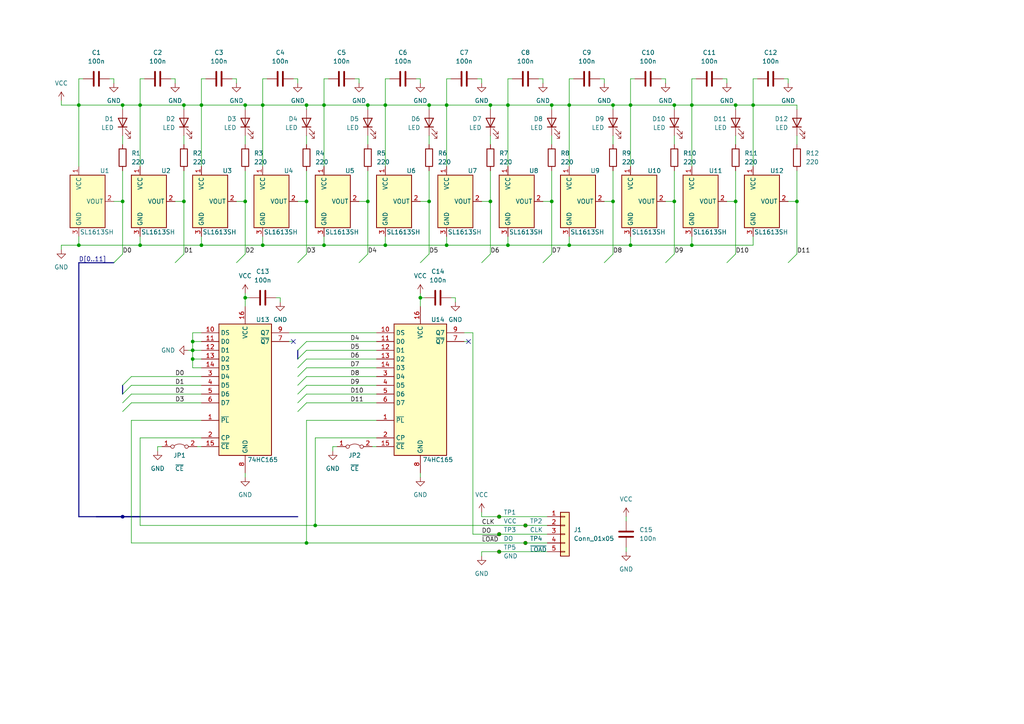
<source format=kicad_sch>
(kicad_sch (version 20210621) (generator eeschema)
  (paper "A4")
  (title_block (title "Kicker Counter") (date "2022-05-03") (rev "0.1.0") (company "Simplexion GmbH"))
  (lib_symbols
    (symbol "74xx:74HC165"
      (property "Reference" "U" (at -7.62 19.05 0))
      (property "Value" "74HC165" (at -7.62 -21.59 0))
      (symbol "74HC165_1_0"
        (pin input line (at -12.7 -10.16 0) (length 5.08) (name "~{PL}") (number "1"))
        (pin input line (at -12.7 15.24 0) (length 5.08) (name "DS") (number "10"))
        (pin input line (at -12.7 12.7 0) (length 5.08) (name "D0") (number "11"))
        (pin input line (at -12.7 10.16 0) (length 5.08) (name "D1") (number "12"))
        (pin input line (at -12.7 7.62 0) (length 5.08) (name "D2") (number "13"))
        (pin input line (at -12.7 5.08 0) (length 5.08) (name "D3") (number "14"))
        (pin input line (at -12.7 -17.78 0) (length 5.08) (name "~{CE}") (number "15"))
        (pin power_in line (at 0 22.86 270) (length 5.08) (name "VCC") (number "16"))
        (pin input line (at -12.7 -15.24 0) (length 5.08) (name "CP") (number "2"))
        (pin input line (at -12.7 2.54 0) (length 5.08) (name "D4") (number "3"))
        (pin input line (at -12.7 0 0) (length 5.08) (name "D5") (number "4"))
        (pin input line (at -12.7 -2.54 0) (length 5.08) (name "D6") (number "5"))
        (pin input line (at -12.7 -5.08 0) (length 5.08) (name "D7") (number "6"))
        (pin output line (at 12.7 12.7 180) (length 5.08) (name "~{Q7}") (number "7"))
        (pin power_in line (at 0 -25.4 90) (length 5.08) (name "GND") (number "8"))
        (pin output line (at 12.7 15.24 180) (length 5.08) (name "Q7") (number "9"))
      )
      (symbol "74HC165_1_1"
        (rectangle (start -7.62 17.78) (end 7.62 -20.32) (stroke (width 0.254)) (fill (type background)))
      )
    )
    (symbol "Connector:TestPoint_Small" (pin_numbers hide) (pin_names (offset 0.762) hide)
      (property "Reference" "TP" (at 0 3.81 0))
      (property "Value" "TestPoint_Small" (at 0 2.032 0))
      (symbol "TestPoint_Small_0_1"
        (circle (center 0 0) (radius 0.508))
      )
      (symbol "TestPoint_Small_1_1"
        (pin passive line (at 0 0 90) (length 0) (name "1") (number "1"))
      )
    )
    (symbol "Connector_Generic:Conn_01x05" (pin_names (offset 1.016) hide)
      (property "Reference" "J" (at 0 7.62 0))
      (property "Value" "Conn_01x05" (at 0 -7.62 0))
      (symbol "Conn_01x05_1_1"
        (rectangle (start -1.27 -4.953) (end 0 -5.207) (stroke (width 0.1524)))
        (rectangle (start -1.27 -2.413) (end 0 -2.667) (stroke (width 0.1524)))
        (rectangle (start -1.27 0.127) (end 0 -0.127) (stroke (width 0.1524)))
        (rectangle (start -1.27 2.667) (end 0 2.413) (stroke (width 0.1524)))
        (rectangle (start -1.27 5.207) (end 0 4.953) (stroke (width 0.1524)))
        (rectangle (start -1.27 6.35) (end 1.27 -6.35) (stroke (width 0.254)) (fill (type background)))
        (pin passive line (at -5.08 5.08 0) (length 3.81) (name "Pin_1") (number "1"))
        (pin passive line (at -5.08 2.54 0) (length 3.81) (name "Pin_2") (number "2"))
        (pin passive line (at -5.08 0 0) (length 3.81) (name "Pin_3") (number "3"))
        (pin passive line (at -5.08 -2.54 0) (length 3.81) (name "Pin_4") (number "4"))
        (pin passive line (at -5.08 -5.08 0) (length 3.81) (name "Pin_5") (number "5"))
      )
    )
    (symbol "Device:C" (pin_numbers hide) (pin_names (offset 0.254))
      (property "Reference" "C" (at 0.635 2.54 0))
      (property "Value" "C" (at 0.635 -2.54 0))
      (symbol "C_0_1"
        (polyline (pts (xy -2.032 -0.762) (xy 2.032 -0.762)) (stroke (width 0.508)))
        (polyline (pts (xy -2.032 0.762) (xy 2.032 0.762)) (stroke (width 0.508)))
      )
      (symbol "C_1_1"
        (pin passive line (at 0 3.81 270) (length 2.794) (name "~") (number "1"))
        (pin passive line (at 0 -3.81 90) (length 2.794) (name "~") (number "2"))
      )
    )
    (symbol "Device:LED" (pin_numbers hide) (pin_names (offset 1.016) hide)
      (property "Reference" "D" (at 0 2.54 0))
      (property "Value" "LED" (at 0 -2.54 0))
      (symbol "LED_0_1"
        (polyline (pts (xy -1.27 -1.27) (xy -1.27 1.27)) (stroke (width 0.254)))
        (polyline (pts (xy -1.27 0) (xy 1.27 0)))
        (polyline (pts (xy 1.27 -1.27) (xy 1.27 1.27) (xy -1.27 0) (xy 1.27 -1.27)) (stroke (width 0.254)))
        (polyline (pts (xy -3.048 -0.762) (xy -4.572 -2.286) (xy -3.81 -2.286) (xy -4.572 -2.286) (xy -4.572 -1.524)))
        (polyline (pts (xy -1.778 -0.762) (xy -3.302 -2.286) (xy -2.54 -2.286) (xy -3.302 -2.286) (xy -3.302 -1.524)))
      )
      (symbol "LED_1_1"
        (pin passive line (at -3.81 0 0) (length 2.54) (name "K") (number "1"))
        (pin passive line (at 3.81 0 180) (length 2.54) (name "A") (number "2"))
      )
    )
    (symbol "Device:R" (pin_numbers hide) (pin_names (offset 0))
      (property "Reference" "R" (at 2.032 0 90))
      (property "Value" "R" (at 0 0 90))
      (symbol "R_0_1"
        (rectangle (start -1.016 -2.54) (end 1.016 2.54) (stroke (width 0.254)))
      )
      (symbol "R_1_1"
        (pin passive line (at 0 3.81 270) (length 1.27) (name "~") (number "1"))
        (pin passive line (at 0 -3.81 90) (length 1.27) (name "~") (number "2"))
      )
    )
    (symbol "Jumper:Jumper_2_Bridged" (pin_names (offset 0) hide)
      (property "Reference" "JP" (at 0 1.905 0))
      (property "Value" "Jumper_2_Bridged" (at 0 -2.54 0))
      (symbol "Jumper_2_Bridged_0_0"
        (circle (center -2.032 0) (radius 0.508))
        (circle (center 2.032 0) (radius 0.508))
      )
      (symbol "Jumper_2_Bridged_0_1"
        (arc (start -1.524 0.254) (end 1.524 0.254) (radius (at 0 -1.778) (length 2.54) (angles 126.9 53.1)))
      )
      (symbol "Jumper_2_Bridged_1_1"
        (pin passive line (at -5.08 0 0) (length 2.54) (name "A") (number "1"))
        (pin passive line (at 5.08 0 180) (length 2.54) (name "B") (number "2"))
      )
    )
    (symbol "Sensor_Magnetic:A1101ELHL"
      (property "Reference" "U" (at 0 11.43 0))
      (property "Value" "A1101ELHL" (at 0 8.89 0))
      (symbol "A1101ELHL_0_1"
        (rectangle (start -5.08 7.62) (end 5.08 -7.62) (stroke (width 0.254)) (fill (type background)))
      )
      (symbol "A1101ELHL_1_1"
        (pin power_in line (at -2.54 10.16 270) (length 2.54) (name "VCC") (number "1"))
        (pin open_collector line (at 7.62 0 180) (length 2.54) (name "VOUT") (number "2"))
        (pin power_in line (at -2.54 -10.16 90) (length 2.54) (name "GND") (number "3"))
      )
    )
    (symbol "power:GND" (power) (pin_names (offset 0))
      (property "Value" "GND" (at 0 -3.81 0))
      (symbol "GND_0_1"
        (polyline (pts (xy 0 0) (xy 0 -1.27) (xy 1.27 -1.27) (xy 0 -2.54) (xy -1.27 -1.27) (xy 0 -1.27)))
      )
      (symbol "GND_1_1"
        (pin power_in line (at 0 0 270) (length 0) hide (name "GND") (number "1"))
      )
    )
    (symbol "power:VCC" (power) (pin_names (offset 0))
      (property "Value" "VCC" (at 0 3.81 0))
      (symbol "VCC_0_1"
        (polyline (pts (xy -0.762 1.27) (xy 0 2.54)))
        (polyline (pts (xy 0 0) (xy 0 2.54)))
        (polyline (pts (xy 0 2.54) (xy 0.762 1.27)))
      )
      (symbol "VCC_1_1"
        (pin power_in line (at 0 0 90) (length 0) hide (name "VCC") (number "1"))
      )
    )
  )
  (junction (at 22.86 30.48) (diameter 0.9144))
  (junction (at 22.86 71.12) (diameter 0.9144))
  (junction (at 35.56 30.48) (diameter 0.9144))
  (junction (at 35.56 58.42) (diameter 0.9144))
  (junction (at 40.64 30.48) (diameter 0.9144))
  (junction (at 40.64 71.12) (diameter 0.9144))
  (junction (at 53.34 30.48) (diameter 0.9144))
  (junction (at 53.34 58.42) (diameter 0.9144))
  (junction (at 55.88 99.06) (diameter 0.9144))
  (junction (at 55.88 101.6) (diameter 0.9144))
  (junction (at 55.88 104.14) (diameter 0.9144))
  (junction (at 58.42 30.48) (diameter 0.9144))
  (junction (at 58.42 71.12) (diameter 0.9144))
  (junction (at 71.12 30.48) (diameter 0.9144))
  (junction (at 71.12 58.42) (diameter 0.9144))
  (junction (at 71.12 86.36) (diameter 0.9144))
  (junction (at 76.2 30.48) (diameter 0.9144))
  (junction (at 76.2 71.12) (diameter 0.9144))
  (junction (at 88.9 30.48) (diameter 0.9144))
  (junction (at 88.9 58.42) (diameter 0.9144))
  (junction (at 88.9 157.48) (diameter 0.9144))
  (junction (at 91.44 152.4) (diameter 0.9144))
  (junction (at 93.98 30.48) (diameter 0.9144))
  (junction (at 93.98 71.12) (diameter 0.9144))
  (junction (at 106.68 30.48) (diameter 0.9144))
  (junction (at 106.68 58.42) (diameter 0.9144))
  (junction (at 111.76 30.48) (diameter 0.9144))
  (junction (at 111.76 71.12) (diameter 0.9144))
  (junction (at 121.92 86.36) (diameter 0.9144))
  (junction (at 124.46 30.48) (diameter 0.9144))
  (junction (at 124.46 58.42) (diameter 0.9144))
  (junction (at 129.54 30.48) (diameter 0.9144))
  (junction (at 129.54 71.12) (diameter 0.9144))
  (junction (at 142.24 30.48) (diameter 0.9144))
  (junction (at 142.24 58.42) (diameter 0.9144))
  (junction (at 144.78 149.86) (diameter 0.9144))
  (junction (at 144.78 154.94) (diameter 0.9144))
  (junction (at 144.78 160.02) (diameter 0.9144))
  (junction (at 147.32 30.48) (diameter 0.9144))
  (junction (at 147.32 71.12) (diameter 0.9144))
  (junction (at 152.4 152.4) (diameter 0.9144))
  (junction (at 152.4 157.48) (diameter 0.9144))
  (junction (at 160.02 30.48) (diameter 0.9144))
  (junction (at 160.02 58.42) (diameter 0.9144))
  (junction (at 165.1 30.48) (diameter 0.9144))
  (junction (at 165.1 71.12) (diameter 0.9144))
  (junction (at 177.8 30.48) (diameter 0.9144))
  (junction (at 177.8 58.42) (diameter 0.9144))
  (junction (at 182.88 30.48) (diameter 0.9144))
  (junction (at 182.88 71.12) (diameter 0.9144))
  (junction (at 195.58 30.48) (diameter 0.9144))
  (junction (at 195.58 58.42) (diameter 0.9144))
  (junction (at 200.66 30.48) (diameter 0.9144))
  (junction (at 200.66 71.12) (diameter 0.9144))
  (junction (at 213.36 30.48) (diameter 0.9144))
  (junction (at 213.36 58.42) (diameter 0.9144))
  (junction (at 218.44 30.48) (diameter 0.9144))
  (junction (at 231.14 58.42) (diameter 0.9144))
  (junction (at 35.56 149.86) (diameter 0.9144))
  (no_connect (at 85.09 99.06))
  (no_connect (at 135.89 99.06))
  (bus_entry (at 33.02 76.2) (size 2.54 -2.54))
  (bus_entry (at 38.1 109.22) (size -2.54 2.54))
  (bus_entry (at 38.1 111.76) (size -2.54 2.54))
  (bus_entry (at 38.1 114.3) (size -2.54 2.54))
  (bus_entry (at 38.1 116.84) (size -2.54 2.54))
  (bus_entry (at 50.8 76.2) (size 2.54 -2.54))
  (bus_entry (at 68.58 76.2) (size 2.54 -2.54))
  (bus_entry (at 86.36 76.2) (size 2.54 -2.54))
  (bus_entry (at 88.9 99.06) (size -2.54 2.54))
  (bus_entry (at 88.9 101.6) (size -2.54 2.54))
  (bus_entry (at 88.9 104.14) (size -2.54 2.54))
  (bus_entry (at 88.9 106.68) (size -2.54 2.54))
  (bus_entry (at 88.9 109.22) (size -2.54 2.54))
  (bus_entry (at 88.9 111.76) (size -2.54 2.54))
  (bus_entry (at 88.9 114.3) (size -2.54 2.54))
  (bus_entry (at 88.9 116.84) (size -2.54 2.54))
  (bus_entry (at 104.14 76.2) (size 2.54 -2.54))
  (bus_entry (at 121.92 76.2) (size 2.54 -2.54))
  (bus_entry (at 139.7 76.2) (size 2.54 -2.54))
  (bus_entry (at 157.48 76.2) (size 2.54 -2.54))
  (bus_entry (at 175.26 76.2) (size 2.54 -2.54))
  (bus_entry (at 193.04 76.2) (size 2.54 -2.54))
  (bus_entry (at 210.82 76.2) (size 2.54 -2.54))
  (bus_entry (at 228.6 76.2) (size 2.54 -2.54))
  (bus_entry (at 349.25 81.28) (size 2.54 2.54))
  (wire (pts (xy 17.78 29.21) (xy 17.78 30.48)))
  (wire (pts (xy 17.78 30.48) (xy 22.86 30.48)))
  (wire (pts (xy 17.78 71.12) (xy 22.86 71.12)))
  (wire (pts (xy 17.78 72.39) (xy 17.78 71.12)))
  (wire (pts (xy 22.86 22.86) (xy 22.86 30.48)))
  (wire (pts (xy 22.86 30.48) (xy 35.56 30.48)))
  (wire (pts (xy 22.86 48.26) (xy 22.86 30.48)))
  (wire (pts (xy 22.86 68.58) (xy 22.86 71.12)))
  (wire (pts (xy 22.86 71.12) (xy 40.64 71.12)))
  (wire (pts (xy 24.13 22.86) (xy 22.86 22.86)))
  (wire (pts (xy 31.75 22.86) (xy 33.02 22.86)))
  (wire (pts (xy 33.02 22.86) (xy 33.02 24.13)))
  (wire (pts (xy 33.02 58.42) (xy 35.56 58.42)))
  (wire (pts (xy 35.56 30.48) (xy 35.56 31.75)))
  (wire (pts (xy 35.56 30.48) (xy 40.64 30.48)))
  (wire (pts (xy 35.56 39.37) (xy 35.56 41.91)))
  (wire (pts (xy 35.56 49.53) (xy 35.56 58.42)))
  (wire (pts (xy 35.56 58.42) (xy 35.56 73.66)))
  (wire (pts (xy 38.1 109.22) (xy 58.42 109.22)))
  (wire (pts (xy 38.1 111.76) (xy 58.42 111.76)))
  (wire (pts (xy 38.1 114.3) (xy 58.42 114.3)))
  (wire (pts (xy 38.1 116.84) (xy 58.42 116.84)))
  (wire (pts (xy 38.1 121.92) (xy 38.1 157.48)))
  (wire (pts (xy 38.1 157.48) (xy 88.9 157.48)))
  (wire (pts (xy 40.64 22.86) (xy 40.64 30.48)))
  (wire (pts (xy 40.64 30.48) (xy 40.64 48.26)))
  (wire (pts (xy 40.64 30.48) (xy 53.34 30.48)))
  (wire (pts (xy 40.64 71.12) (xy 40.64 68.58)))
  (wire (pts (xy 40.64 71.12) (xy 58.42 71.12)))
  (wire (pts (xy 40.64 127) (xy 40.64 152.4)))
  (wire (pts (xy 40.64 152.4) (xy 91.44 152.4)))
  (wire (pts (xy 41.91 22.86) (xy 40.64 22.86)))
  (wire (pts (xy 45.72 129.54) (xy 46.99 129.54)))
  (wire (pts (xy 45.72 130.81) (xy 45.72 129.54)))
  (wire (pts (xy 49.53 22.86) (xy 50.8 22.86)))
  (wire (pts (xy 50.8 22.86) (xy 50.8 24.13)))
  (wire (pts (xy 50.8 58.42) (xy 53.34 58.42)))
  (wire (pts (xy 53.34 30.48) (xy 53.34 31.75)))
  (wire (pts (xy 53.34 30.48) (xy 58.42 30.48)))
  (wire (pts (xy 53.34 39.37) (xy 53.34 41.91)))
  (wire (pts (xy 53.34 49.53) (xy 53.34 58.42)))
  (wire (pts (xy 53.34 58.42) (xy 53.34 73.66)))
  (wire (pts (xy 54.61 101.6) (xy 55.88 101.6)))
  (wire (pts (xy 55.88 96.52) (xy 55.88 99.06)))
  (wire (pts (xy 55.88 99.06) (xy 55.88 101.6)))
  (wire (pts (xy 55.88 99.06) (xy 58.42 99.06)))
  (wire (pts (xy 55.88 101.6) (xy 55.88 104.14)))
  (wire (pts (xy 55.88 101.6) (xy 58.42 101.6)))
  (wire (pts (xy 55.88 104.14) (xy 55.88 106.68)))
  (wire (pts (xy 55.88 104.14) (xy 58.42 104.14)))
  (wire (pts (xy 55.88 106.68) (xy 58.42 106.68)))
  (wire (pts (xy 57.15 129.54) (xy 58.42 129.54)))
  (wire (pts (xy 58.42 22.86) (xy 58.42 30.48)))
  (wire (pts (xy 58.42 30.48) (xy 58.42 48.26)))
  (wire (pts (xy 58.42 30.48) (xy 71.12 30.48)))
  (wire (pts (xy 58.42 71.12) (xy 58.42 68.58)))
  (wire (pts (xy 58.42 71.12) (xy 76.2 71.12)))
  (wire (pts (xy 58.42 96.52) (xy 55.88 96.52)))
  (wire (pts (xy 58.42 121.92) (xy 38.1 121.92)))
  (wire (pts (xy 58.42 127) (xy 40.64 127)))
  (wire (pts (xy 59.69 22.86) (xy 58.42 22.86)))
  (wire (pts (xy 67.31 22.86) (xy 68.58 22.86)))
  (wire (pts (xy 68.58 22.86) (xy 68.58 24.13)))
  (wire (pts (xy 68.58 58.42) (xy 71.12 58.42)))
  (wire (pts (xy 71.12 30.48) (xy 71.12 31.75)))
  (wire (pts (xy 71.12 30.48) (xy 76.2 30.48)))
  (wire (pts (xy 71.12 39.37) (xy 71.12 41.91)))
  (wire (pts (xy 71.12 49.53) (xy 71.12 58.42)))
  (wire (pts (xy 71.12 58.42) (xy 71.12 73.66)))
  (wire (pts (xy 71.12 85.09) (xy 71.12 86.36)))
  (wire (pts (xy 71.12 86.36) (xy 71.12 88.9)))
  (wire (pts (xy 71.12 86.36) (xy 72.39 86.36)))
  (wire (pts (xy 71.12 137.16) (xy 71.12 138.43)))
  (wire (pts (xy 76.2 22.86) (xy 76.2 30.48)))
  (wire (pts (xy 76.2 30.48) (xy 76.2 48.26)))
  (wire (pts (xy 76.2 30.48) (xy 88.9 30.48)))
  (wire (pts (xy 76.2 71.12) (xy 76.2 68.58)))
  (wire (pts (xy 76.2 71.12) (xy 93.98 71.12)))
  (wire (pts (xy 77.47 22.86) (xy 76.2 22.86)))
  (wire (pts (xy 81.28 86.36) (xy 80.01 86.36)))
  (wire (pts (xy 81.28 87.63) (xy 81.28 86.36)))
  (wire (pts (xy 83.82 96.52) (xy 109.22 96.52)))
  (wire (pts (xy 85.09 22.86) (xy 86.36 22.86)))
  (wire (pts (xy 85.09 99.06) (xy 83.82 99.06)))
  (wire (pts (xy 86.36 22.86) (xy 86.36 24.13)))
  (wire (pts (xy 86.36 58.42) (xy 88.9 58.42)))
  (wire (pts (xy 88.9 30.48) (xy 88.9 31.75)))
  (wire (pts (xy 88.9 30.48) (xy 93.98 30.48)))
  (wire (pts (xy 88.9 39.37) (xy 88.9 41.91)))
  (wire (pts (xy 88.9 49.53) (xy 88.9 58.42)))
  (wire (pts (xy 88.9 58.42) (xy 88.9 73.66)))
  (wire (pts (xy 88.9 99.06) (xy 109.22 99.06)))
  (wire (pts (xy 88.9 101.6) (xy 109.22 101.6)))
  (wire (pts (xy 88.9 104.14) (xy 109.22 104.14)))
  (wire (pts (xy 88.9 106.68) (xy 109.22 106.68)))
  (wire (pts (xy 88.9 109.22) (xy 109.22 109.22)))
  (wire (pts (xy 88.9 111.76) (xy 109.22 111.76)))
  (wire (pts (xy 88.9 114.3) (xy 109.22 114.3)))
  (wire (pts (xy 88.9 116.84) (xy 109.22 116.84)))
  (wire (pts (xy 88.9 121.92) (xy 88.9 157.48)))
  (wire (pts (xy 88.9 157.48) (xy 152.4 157.48)))
  (wire (pts (xy 91.44 127) (xy 91.44 152.4)))
  (wire (pts (xy 91.44 152.4) (xy 152.4 152.4)))
  (wire (pts (xy 93.98 22.86) (xy 93.98 30.48)))
  (wire (pts (xy 93.98 30.48) (xy 93.98 48.26)))
  (wire (pts (xy 93.98 30.48) (xy 106.68 30.48)))
  (wire (pts (xy 93.98 71.12) (xy 93.98 68.58)))
  (wire (pts (xy 93.98 71.12) (xy 111.76 71.12)))
  (wire (pts (xy 95.25 22.86) (xy 93.98 22.86)))
  (wire (pts (xy 96.52 129.54) (xy 97.79 129.54)))
  (wire (pts (xy 96.52 130.81) (xy 96.52 129.54)))
  (wire (pts (xy 102.87 22.86) (xy 104.14 22.86)))
  (wire (pts (xy 104.14 22.86) (xy 104.14 24.13)))
  (wire (pts (xy 104.14 58.42) (xy 106.68 58.42)))
  (wire (pts (xy 106.68 30.48) (xy 106.68 31.75)))
  (wire (pts (xy 106.68 30.48) (xy 111.76 30.48)))
  (wire (pts (xy 106.68 39.37) (xy 106.68 41.91)))
  (wire (pts (xy 106.68 49.53) (xy 106.68 58.42)))
  (wire (pts (xy 106.68 58.42) (xy 106.68 73.66)))
  (wire (pts (xy 107.95 129.54) (xy 109.22 129.54)))
  (wire (pts (xy 109.22 121.92) (xy 88.9 121.92)))
  (wire (pts (xy 109.22 127) (xy 91.44 127)))
  (wire (pts (xy 111.76 22.86) (xy 111.76 30.48)))
  (wire (pts (xy 111.76 30.48) (xy 111.76 48.26)))
  (wire (pts (xy 111.76 30.48) (xy 124.46 30.48)))
  (wire (pts (xy 111.76 71.12) (xy 111.76 68.58)))
  (wire (pts (xy 111.76 71.12) (xy 129.54 71.12)))
  (wire (pts (xy 113.03 22.86) (xy 111.76 22.86)))
  (wire (pts (xy 120.65 22.86) (xy 121.92 22.86)))
  (wire (pts (xy 121.92 22.86) (xy 121.92 24.13)))
  (wire (pts (xy 121.92 58.42) (xy 124.46 58.42)))
  (wire (pts (xy 121.92 85.09) (xy 121.92 86.36)))
  (wire (pts (xy 121.92 86.36) (xy 121.92 88.9)))
  (wire (pts (xy 121.92 86.36) (xy 123.19 86.36)))
  (wire (pts (xy 121.92 137.16) (xy 121.92 138.43)))
  (wire (pts (xy 124.46 30.48) (xy 124.46 31.75)))
  (wire (pts (xy 124.46 30.48) (xy 129.54 30.48)))
  (wire (pts (xy 124.46 39.37) (xy 124.46 41.91)))
  (wire (pts (xy 124.46 49.53) (xy 124.46 58.42)))
  (wire (pts (xy 124.46 58.42) (xy 124.46 73.66)))
  (wire (pts (xy 129.54 22.86) (xy 129.54 30.48)))
  (wire (pts (xy 129.54 30.48) (xy 129.54 48.26)))
  (wire (pts (xy 129.54 30.48) (xy 142.24 30.48)))
  (wire (pts (xy 129.54 71.12) (xy 129.54 68.58)))
  (wire (pts (xy 129.54 71.12) (xy 147.32 71.12)))
  (wire (pts (xy 130.81 22.86) (xy 129.54 22.86)))
  (wire (pts (xy 132.08 86.36) (xy 130.81 86.36)))
  (wire (pts (xy 132.08 87.63) (xy 132.08 86.36)))
  (wire (pts (xy 134.62 96.52) (xy 137.16 96.52)))
  (wire (pts (xy 134.62 99.06) (xy 135.89 99.06)))
  (wire (pts (xy 137.16 96.52) (xy 137.16 154.94)))
  (wire (pts (xy 137.16 154.94) (xy 144.78 154.94)))
  (wire (pts (xy 138.43 22.86) (xy 139.7 22.86)))
  (wire (pts (xy 139.7 22.86) (xy 139.7 24.13)))
  (wire (pts (xy 139.7 58.42) (xy 142.24 58.42)))
  (wire (pts (xy 139.7 148.59) (xy 139.7 149.86)))
  (wire (pts (xy 139.7 149.86) (xy 144.78 149.86)))
  (wire (pts (xy 139.7 160.02) (xy 139.7 161.29)))
  (wire (pts (xy 142.24 30.48) (xy 142.24 31.75)))
  (wire (pts (xy 142.24 30.48) (xy 147.32 30.48)))
  (wire (pts (xy 142.24 39.37) (xy 142.24 41.91)))
  (wire (pts (xy 142.24 49.53) (xy 142.24 58.42)))
  (wire (pts (xy 142.24 58.42) (xy 142.24 73.66)))
  (wire (pts (xy 144.78 149.86) (xy 158.75 149.86)))
  (wire (pts (xy 144.78 154.94) (xy 158.75 154.94)))
  (wire (pts (xy 144.78 160.02) (xy 139.7 160.02)))
  (wire (pts (xy 147.32 22.86) (xy 147.32 30.48)))
  (wire (pts (xy 147.32 30.48) (xy 147.32 48.26)))
  (wire (pts (xy 147.32 30.48) (xy 160.02 30.48)))
  (wire (pts (xy 147.32 71.12) (xy 147.32 68.58)))
  (wire (pts (xy 147.32 71.12) (xy 165.1 71.12)))
  (wire (pts (xy 148.59 22.86) (xy 147.32 22.86)))
  (wire (pts (xy 152.4 152.4) (xy 158.75 152.4)))
  (wire (pts (xy 152.4 157.48) (xy 158.75 157.48)))
  (wire (pts (xy 156.21 22.86) (xy 157.48 22.86)))
  (wire (pts (xy 157.48 22.86) (xy 157.48 24.13)))
  (wire (pts (xy 157.48 58.42) (xy 160.02 58.42)))
  (wire (pts (xy 158.75 160.02) (xy 144.78 160.02)))
  (wire (pts (xy 160.02 30.48) (xy 160.02 31.75)))
  (wire (pts (xy 160.02 30.48) (xy 165.1 30.48)))
  (wire (pts (xy 160.02 39.37) (xy 160.02 41.91)))
  (wire (pts (xy 160.02 49.53) (xy 160.02 58.42)))
  (wire (pts (xy 160.02 58.42) (xy 160.02 73.66)))
  (wire (pts (xy 165.1 22.86) (xy 165.1 30.48)))
  (wire (pts (xy 165.1 30.48) (xy 165.1 48.26)))
  (wire (pts (xy 165.1 30.48) (xy 177.8 30.48)))
  (wire (pts (xy 165.1 71.12) (xy 165.1 68.58)))
  (wire (pts (xy 165.1 71.12) (xy 182.88 71.12)))
  (wire (pts (xy 166.37 22.86) (xy 165.1 22.86)))
  (wire (pts (xy 173.99 22.86) (xy 175.26 22.86)))
  (wire (pts (xy 175.26 22.86) (xy 175.26 24.13)))
  (wire (pts (xy 175.26 58.42) (xy 177.8 58.42)))
  (wire (pts (xy 177.8 30.48) (xy 177.8 31.75)))
  (wire (pts (xy 177.8 30.48) (xy 182.88 30.48)))
  (wire (pts (xy 177.8 39.37) (xy 177.8 41.91)))
  (wire (pts (xy 177.8 49.53) (xy 177.8 58.42)))
  (wire (pts (xy 177.8 58.42) (xy 177.8 73.66)))
  (wire (pts (xy 181.61 149.86) (xy 181.61 151.13)))
  (wire (pts (xy 181.61 158.75) (xy 181.61 160.02)))
  (wire (pts (xy 182.88 22.86) (xy 182.88 30.48)))
  (wire (pts (xy 182.88 30.48) (xy 182.88 48.26)))
  (wire (pts (xy 182.88 30.48) (xy 195.58 30.48)))
  (wire (pts (xy 182.88 71.12) (xy 182.88 68.58)))
  (wire (pts (xy 182.88 71.12) (xy 200.66 71.12)))
  (wire (pts (xy 184.15 22.86) (xy 182.88 22.86)))
  (wire (pts (xy 191.77 22.86) (xy 193.04 22.86)))
  (wire (pts (xy 193.04 22.86) (xy 193.04 24.13)))
  (wire (pts (xy 193.04 58.42) (xy 195.58 58.42)))
  (wire (pts (xy 195.58 30.48) (xy 195.58 31.75)))
  (wire (pts (xy 195.58 30.48) (xy 200.66 30.48)))
  (wire (pts (xy 195.58 39.37) (xy 195.58 41.91)))
  (wire (pts (xy 195.58 49.53) (xy 195.58 58.42)))
  (wire (pts (xy 195.58 58.42) (xy 195.58 73.66)))
  (wire (pts (xy 200.66 22.86) (xy 200.66 30.48)))
  (wire (pts (xy 200.66 30.48) (xy 200.66 48.26)))
  (wire (pts (xy 200.66 30.48) (xy 213.36 30.48)))
  (wire (pts (xy 200.66 71.12) (xy 200.66 68.58)))
  (wire (pts (xy 200.66 71.12) (xy 218.44 71.12)))
  (wire (pts (xy 201.93 22.86) (xy 200.66 22.86)))
  (wire (pts (xy 209.55 22.86) (xy 210.82 22.86)))
  (wire (pts (xy 210.82 22.86) (xy 210.82 24.13)))
  (wire (pts (xy 210.82 58.42) (xy 213.36 58.42)))
  (wire (pts (xy 213.36 30.48) (xy 213.36 31.75)))
  (wire (pts (xy 213.36 30.48) (xy 218.44 30.48)))
  (wire (pts (xy 213.36 39.37) (xy 213.36 41.91)))
  (wire (pts (xy 213.36 49.53) (xy 213.36 58.42)))
  (wire (pts (xy 213.36 58.42) (xy 213.36 73.66)))
  (wire (pts (xy 218.44 22.86) (xy 218.44 30.48)))
  (wire (pts (xy 218.44 30.48) (xy 218.44 48.26)))
  (wire (pts (xy 218.44 30.48) (xy 231.14 30.48)))
  (wire (pts (xy 218.44 71.12) (xy 218.44 68.58)))
  (wire (pts (xy 219.71 22.86) (xy 218.44 22.86)))
  (wire (pts (xy 227.33 22.86) (xy 228.6 22.86)))
  (wire (pts (xy 228.6 22.86) (xy 228.6 24.13)))
  (wire (pts (xy 228.6 58.42) (xy 231.14 58.42)))
  (wire (pts (xy 231.14 30.48) (xy 231.14 31.75)))
  (wire (pts (xy 231.14 39.37) (xy 231.14 41.91)))
  (wire (pts (xy 231.14 49.53) (xy 231.14 58.42)))
  (wire (pts (xy 231.14 58.42) (xy 231.14 73.66)))
  (bus (pts (xy 22.86 76.2) (xy 22.86 149.86)) (stroke (width 0.3)))
  (bus (pts (xy 22.86 76.2) (xy 228.6 76.2)) (stroke (width 0.3)))
  (bus (pts (xy 22.86 149.86) (xy 35.56 149.86)) (stroke (width 0.3)))
  (bus (pts (xy 27.94 149.86) (xy 35.56 149.86)))
  (bus (pts (xy 35.56 111.76) (xy 35.56 149.86)) (stroke (width 0.3)))
  (bus (pts (xy 35.56 149.86) (xy 40.64 149.86)))
  (bus (pts (xy 35.56 149.86) (xy 86.36 149.86)) (stroke (width 0.3)))
  (bus (pts (xy 86.36 101.6) (xy 86.36 149.86)) (stroke (width 0.3)))
  (label "D[0..11]" (at 22.86 76.2 0))
  (label "D0" (at 35.56 73.66 0))
  (label "D0" (at 50.8 109.22 0))
  (label "D1" (at 50.8 111.76 0))
  (label "D2" (at 50.8 114.3 0))
  (label "D3" (at 50.8 116.84 0))
  (label "D1" (at 53.34 73.66 0))
  (label "D2" (at 71.12 73.66 0))
  (label "D3" (at 88.9 73.66 0))
  (label "D4" (at 101.6 99.06 0))
  (label "D5" (at 101.6 101.6 0))
  (label "D6" (at 101.6 104.14 0))
  (label "D7" (at 101.6 106.68 0))
  (label "D8" (at 101.6 109.22 0))
  (label "D9" (at 101.6 111.76 0))
  (label "D10" (at 101.6 114.3 0))
  (label "D11" (at 101.6 116.84 0))
  (label "D4" (at 106.68 73.66 0))
  (label "D5" (at 124.46 73.66 0))
  (label "CLK" (at 139.7 152.4 0))
  (label "DO" (at 139.7 154.94 0))
  (label "~{LOAD}" (at 139.7 157.48 0))
  (label "D6" (at 142.24 73.66 0))
  (label "D7" (at 160.02 73.66 0))
  (label "D8" (at 177.8 73.66 0))
  (label "D9" (at 195.58 73.66 0))
  (label "D10" (at 213.36 73.66 0))
  (label "D11" (at 231.14 73.66 0))
  (symbol (lib_id "Connector:TestPoint_Small") (at 144.78 149.86 0) (unit 1)
    (property "Reference" "TP1" (at 146.05 148.5899 0) (effects (justify left)))
    (property "Value" "VCC" (at 146.05 151.1299 0) (effects (justify left)))
    (property "Footprint" "TestPoint:TestPoint_THTPad_D1.5mm_Drill0.7mm" (effects hide))
  )
  (symbol (lib_id "Connector:TestPoint_Small") (at 144.78 154.94 0) (unit 1)
    (property "Reference" "TP3" (at 146.05 153.6699 0) (effects (justify left)))
    (property "Value" "DO" (at 146.05 156.2099 0) (effects (justify left)))
    (property "Footprint" "TestPoint:TestPoint_THTPad_D1.5mm_Drill0.7mm" (effects hide))
  )
  (symbol (lib_id "Connector:TestPoint_Small") (at 144.78 160.02 0) (unit 1)
    (property "Reference" "TP5" (at 146.05 158.7499 0) (effects (justify left)))
    (property "Value" "GND" (at 146.05 161.2899 0) (effects (justify left)))
    (property "Footprint" "TestPoint:TestPoint_THTPad_D1.5mm_Drill0.7mm" (effects hide))
  )
  (symbol (lib_id "Connector:TestPoint_Small") (at 152.4 152.4 0) (unit 1)
    (property "Reference" "TP2" (at 153.67 151.1299 0) (effects (justify left)))
    (property "Value" "CLK" (at 153.67 153.6699 0) (effects (justify left)))
    (property "Footprint" "TestPoint:TestPoint_THTPad_D1.5mm_Drill0.7mm" (effects hide))
  )
  (symbol (lib_id "Connector:TestPoint_Small") (at 152.4 157.48 0) (unit 1)
    (property "Reference" "TP4" (at 153.67 156.2099 0) (effects (justify left)))
    (property "Value" "~{LOAD}" (at 153.67 159.3849 0) (effects (justify left)))
    (property "Footprint" "TestPoint:TestPoint_THTPad_D1.5mm_Drill0.7mm" (effects hide))
  )
  (symbol (lib_id "power:VCC") (at 17.78 29.21 0) (unit 1)
    (property "Reference" "#PWR013" (effects hide))
    (property "Value" "VCC" (at 17.78 24.13 0))
  )
  (symbol (lib_id "power:VCC") (at 71.12 85.09 0) (unit 1)
    (property "Reference" "#PWR015" (effects hide))
    (property "Value" "VCC" (at 71.12 80.01 0))
  )
  (symbol (lib_id "power:VCC") (at 121.92 85.09 0) (unit 1)
    (property "Reference" "#PWR016" (effects hide))
    (property "Value" "VCC" (at 121.92 80.01 0))
  )
  (symbol (lib_id "power:VCC") (at 139.7 148.59 0) (unit 1)
    (property "Reference" "#PWR0102" (effects hide))
    (property "Value" "VCC" (at 139.7 143.51 0))
  )
  (symbol (lib_id "power:VCC") (at 181.61 149.86 0) (unit 1)
    (property "Reference" "#PWR0104" (effects hide))
    (property "Value" "VCC" (at 181.61 144.78 0))
  )
  (symbol (lib_id "power:GND") (at 17.78 72.39 0) (unit 1)
    (property "Reference" "#PWR014" (effects hide))
    (property "Value" "GND" (at 17.78 77.47 0))
  )
  (symbol (lib_id "power:GND") (at 33.02 24.13 0) (unit 1)
    (property "Reference" "#PWR01" (effects hide))
    (property "Value" "GND" (at 33.02 29.21 0))
  )
  (symbol (lib_id "power:GND") (at 45.72 130.81 0) (unit 1)
    (property "Reference" "#PWR019" (effects hide))
    (property "Value" "GND" (at 45.72 135.89 0))
  )
  (symbol (lib_id "power:GND") (at 50.8 24.13 0) (unit 1)
    (property "Reference" "#PWR02" (effects hide))
    (property "Value" "GND" (at 50.8 29.21 0))
  )
  (symbol (lib_id "power:GND") (at 54.61 101.6 270) (unit 1)
    (property "Reference" "#PWR0103" (effects hide))
    (property "Value" "GND" (at 50.8 101.5999 90) (effects (justify right)))
  )
  (symbol (lib_id "power:GND") (at 68.58 24.13 0) (unit 1)
    (property "Reference" "#PWR03" (effects hide))
    (property "Value" "GND" (at 68.58 29.21 0))
  )
  (symbol (lib_id "power:GND") (at 71.12 138.43 0) (unit 1)
    (property "Reference" "#PWR021" (effects hide))
    (property "Value" "GND" (at 71.12 143.51 0))
  )
  (symbol (lib_id "power:GND") (at 81.28 87.63 0) (unit 1)
    (property "Reference" "#PWR017" (effects hide))
    (property "Value" "GND" (at 81.28 92.71 0))
  )
  (symbol (lib_id "power:GND") (at 86.36 24.13 0) (unit 1)
    (property "Reference" "#PWR04" (effects hide))
    (property "Value" "GND" (at 86.36 29.21 0))
  )
  (symbol (lib_id "power:GND") (at 96.52 130.81 0) (unit 1)
    (property "Reference" "#PWR020" (effects hide))
    (property "Value" "GND" (at 96.52 135.89 0))
  )
  (symbol (lib_id "power:GND") (at 104.14 24.13 0) (unit 1)
    (property "Reference" "#PWR05" (effects hide))
    (property "Value" "GND" (at 104.14 29.21 0))
  )
  (symbol (lib_id "power:GND") (at 121.92 24.13 0) (unit 1)
    (property "Reference" "#PWR06" (effects hide))
    (property "Value" "GND" (at 121.92 29.21 0))
  )
  (symbol (lib_id "power:GND") (at 121.92 138.43 0) (unit 1)
    (property "Reference" "#PWR022" (effects hide))
    (property "Value" "GND" (at 121.92 143.51 0))
  )
  (symbol (lib_id "power:GND") (at 132.08 87.63 0) (unit 1)
    (property "Reference" "#PWR018" (effects hide))
    (property "Value" "GND" (at 132.08 92.71 0))
  )
  (symbol (lib_id "power:GND") (at 139.7 24.13 0) (unit 1)
    (property "Reference" "#PWR07" (effects hide))
    (property "Value" "GND" (at 139.7 29.21 0))
  )
  (symbol (lib_id "power:GND") (at 139.7 161.29 0) (unit 1)
    (property "Reference" "#PWR0101" (effects hide))
    (property "Value" "GND" (at 139.7 166.37 0))
  )
  (symbol (lib_id "power:GND") (at 157.48 24.13 0) (unit 1)
    (property "Reference" "#PWR08" (effects hide))
    (property "Value" "GND" (at 157.48 29.21 0))
  )
  (symbol (lib_id "power:GND") (at 175.26 24.13 0) (unit 1)
    (property "Reference" "#PWR09" (effects hide))
    (property "Value" "GND" (at 175.26 29.21 0))
  )
  (symbol (lib_id "power:GND") (at 181.61 160.02 0) (unit 1)
    (property "Reference" "#PWR0105" (effects hide))
    (property "Value" "GND" (at 181.61 165.1 0))
  )
  (symbol (lib_id "power:GND") (at 193.04 24.13 0) (unit 1)
    (property "Reference" "#PWR010" (effects hide))
    (property "Value" "GND" (at 193.04 29.21 0))
  )
  (symbol (lib_id "power:GND") (at 210.82 24.13 0) (unit 1)
    (property "Reference" "#PWR011" (effects hide))
    (property "Value" "GND" (at 210.82 29.21 0))
  )
  (symbol (lib_id "power:GND") (at 228.6 24.13 0) (unit 1)
    (property "Reference" "#PWR012" (effects hide))
    (property "Value" "GND" (at 228.6 29.21 0))
  )
  (symbol (lib_id "Jumper:Jumper_2_Bridged") (at 52.07 129.54 0) (unit 1)
    (property "Reference" "JP1" (at 52.07 132.08 0))
    (property "Value" "~{CE}" (at 52.07 135.89 0))
    (property "Footprint" "Jumper:SolderJumper-2_P1.3mm_Bridged_RoundedPad1.0x1.5mm" (effects hide))
  )
  (symbol (lib_id "Jumper:Jumper_2_Bridged") (at 102.87 129.54 0) (unit 1)
    (property "Reference" "JP2" (at 102.87 132.08 0))
    (property "Value" "~{CE}" (at 102.87 135.89 0))
    (property "Footprint" "Jumper:SolderJumper-2_P1.3mm_Bridged_RoundedPad1.0x1.5mm" (effects hide))
  )
  (symbol (lib_id "Device:R") (at 35.56 45.72 180) (unit 1)
    (property "Reference" "R1" (at 38.1 44.4499 0) (effects (justify right)))
    (property "Value" "220" (at 38.1 46.9899 0) (effects (justify right)))
    (property "Footprint" "Resistor_SMD:R_0603_1608Metric" (effects hide))
    (property "LCSC" "C114683" (effects hide))
  )
  (symbol (lib_id "Device:R") (at 53.34 45.72 180) (unit 1)
    (property "Reference" "R2" (at 55.88 44.4499 0) (effects (justify right)))
    (property "Value" "220" (at 55.88 46.9899 0) (effects (justify right)))
    (property "Footprint" "Resistor_SMD:R_0603_1608Metric" (effects hide))
    (property "LCSC" "C114683" (effects hide))
  )
  (symbol (lib_id "Device:R") (at 71.12 45.72 180) (unit 1)
    (property "Reference" "R3" (at 73.66 44.4499 0) (effects (justify right)))
    (property "Value" "220" (at 73.66 46.9899 0) (effects (justify right)))
    (property "Footprint" "Resistor_SMD:R_0603_1608Metric" (effects hide))
    (property "LCSC" "C114683" (effects hide))
  )
  (symbol (lib_id "Device:R") (at 88.9 45.72 180) (unit 1)
    (property "Reference" "R4" (at 91.44 44.4499 0) (effects (justify right)))
    (property "Value" "220" (at 91.44 46.9899 0) (effects (justify right)))
    (property "Footprint" "Resistor_SMD:R_0603_1608Metric" (effects hide))
    (property "LCSC" "C114683" (effects hide))
  )
  (symbol (lib_id "Device:R") (at 106.68 45.72 180) (unit 1)
    (property "Reference" "R5" (at 109.22 44.4499 0) (effects (justify right)))
    (property "Value" "220" (at 109.22 46.9899 0) (effects (justify right)))
    (property "Footprint" "Resistor_SMD:R_0603_1608Metric" (effects hide))
    (property "LCSC" "C114683" (effects hide))
  )
  (symbol (lib_id "Device:R") (at 124.46 45.72 180) (unit 1)
    (property "Reference" "R6" (at 127 44.4499 0) (effects (justify right)))
    (property "Value" "220" (at 127 46.9899 0) (effects (justify right)))
    (property "Footprint" "Resistor_SMD:R_0603_1608Metric" (effects hide))
    (property "LCSC" "C114683" (effects hide))
  )
  (symbol (lib_id "Device:R") (at 142.24 45.72 180) (unit 1)
    (property "Reference" "R7" (at 144.78 44.4499 0) (effects (justify right)))
    (property "Value" "220" (at 144.78 46.9899 0) (effects (justify right)))
    (property "Footprint" "Resistor_SMD:R_0603_1608Metric" (effects hide))
    (property "LCSC" "C114683" (effects hide))
  )
  (symbol (lib_id "Device:R") (at 160.02 45.72 180) (unit 1)
    (property "Reference" "R8" (at 162.56 44.4499 0) (effects (justify right)))
    (property "Value" "220" (at 162.56 46.9899 0) (effects (justify right)))
    (property "Footprint" "Resistor_SMD:R_0603_1608Metric" (effects hide))
    (property "LCSC" "C114683" (effects hide))
  )
  (symbol (lib_id "Device:R") (at 177.8 45.72 180) (unit 1)
    (property "Reference" "R9" (at 180.34 44.4499 0) (effects (justify right)))
    (property "Value" "220" (at 180.34 46.9899 0) (effects (justify right)))
    (property "Footprint" "Resistor_SMD:R_0603_1608Metric" (effects hide))
    (property "LCSC" "C114683" (effects hide))
  )
  (symbol (lib_id "Device:R") (at 195.58 45.72 180) (unit 1)
    (property "Reference" "R10" (at 198.12 44.4499 0) (effects (justify right)))
    (property "Value" "220" (at 198.12 46.9899 0) (effects (justify right)))
    (property "Footprint" "Resistor_SMD:R_0603_1608Metric" (effects hide))
    (property "LCSC" "C114683" (effects hide))
  )
  (symbol (lib_id "Device:R") (at 213.36 45.72 180) (unit 1)
    (property "Reference" "R11" (at 215.9 44.4499 0) (effects (justify right)))
    (property "Value" "220" (at 215.9 46.9899 0) (effects (justify right)))
    (property "Footprint" "Resistor_SMD:R_0603_1608Metric" (effects hide))
    (property "LCSC" "C114683" (effects hide))
  )
  (symbol (lib_id "Device:R") (at 231.14 45.72 180) (unit 1)
    (property "Reference" "R12" (at 233.68 44.4499 0) (effects (justify right)))
    (property "Value" "220" (at 233.68 46.9899 0) (effects (justify right)))
    (property "Footprint" "Resistor_SMD:R_0603_1608Metric" (effects hide))
    (property "LCSC" "C114683" (effects hide))
  )
  (symbol (lib_id "Device:LED") (at 35.56 35.56 90) (unit 1)
    (property "Reference" "D1" (at 33.02 34.4804 90) (effects (justify left)))
    (property "Value" "LED" (at 33.02 37.0204 90) (effects (justify left)))
    (property "Footprint" "LED_SMD:LED_0603_1608Metric" (effects hide))
    (property "LCSC" "C2290" (effects hide))
  )
  (symbol (lib_id "Device:LED") (at 53.34 35.56 90) (unit 1)
    (property "Reference" "D2" (at 50.8 34.4804 90) (effects (justify left)))
    (property "Value" "LED" (at 50.8 37.0204 90) (effects (justify left)))
    (property "Footprint" "LED_SMD:LED_0603_1608Metric" (effects hide))
    (property "LCSC" "C2290" (effects hide))
  )
  (symbol (lib_id "Device:LED") (at 71.12 35.56 90) (unit 1)
    (property "Reference" "D3" (at 68.58 34.4804 90) (effects (justify left)))
    (property "Value" "LED" (at 68.58 37.0204 90) (effects (justify left)))
    (property "Footprint" "LED_SMD:LED_0603_1608Metric" (effects hide))
    (property "LCSC" "C2290" (effects hide))
  )
  (symbol (lib_id "Device:LED") (at 88.9 35.56 90) (unit 1)
    (property "Reference" "D4" (at 86.36 34.4804 90) (effects (justify left)))
    (property "Value" "LED" (at 86.36 37.0204 90) (effects (justify left)))
    (property "Footprint" "LED_SMD:LED_0603_1608Metric" (effects hide))
    (property "LCSC" "C2290" (effects hide))
  )
  (symbol (lib_id "Device:LED") (at 106.68 35.56 90) (unit 1)
    (property "Reference" "D5" (at 104.14 34.4804 90) (effects (justify left)))
    (property "Value" "LED" (at 104.14 37.0204 90) (effects (justify left)))
    (property "Footprint" "LED_SMD:LED_0603_1608Metric" (effects hide))
    (property "LCSC" "C2290" (effects hide))
  )
  (symbol (lib_id "Device:LED") (at 124.46 35.56 90) (unit 1)
    (property "Reference" "D6" (at 121.92 34.4804 90) (effects (justify left)))
    (property "Value" "LED" (at 121.92 37.0204 90) (effects (justify left)))
    (property "Footprint" "LED_SMD:LED_0603_1608Metric" (effects hide))
    (property "LCSC" "C2290" (effects hide))
  )
  (symbol (lib_id "Device:LED") (at 142.24 35.56 90) (unit 1)
    (property "Reference" "D7" (at 139.7 34.4804 90) (effects (justify left)))
    (property "Value" "LED" (at 139.7 37.0204 90) (effects (justify left)))
    (property "Footprint" "LED_SMD:LED_0603_1608Metric" (effects hide))
    (property "LCSC" "C2290" (effects hide))
  )
  (symbol (lib_id "Device:LED") (at 160.02 35.56 90) (unit 1)
    (property "Reference" "D8" (at 157.48 34.4804 90) (effects (justify left)))
    (property "Value" "LED" (at 157.48 37.0204 90) (effects (justify left)))
    (property "Footprint" "LED_SMD:LED_0603_1608Metric" (effects hide))
    (property "LCSC" "C2290" (effects hide))
  )
  (symbol (lib_id "Device:LED") (at 177.8 35.56 90) (unit 1)
    (property "Reference" "D9" (at 175.26 34.4804 90) (effects (justify left)))
    (property "Value" "LED" (at 175.26 37.0204 90) (effects (justify left)))
    (property "Footprint" "LED_SMD:LED_0603_1608Metric" (effects hide))
    (property "LCSC" "C2290" (effects hide))
  )
  (symbol (lib_id "Device:LED") (at 195.58 35.56 90) (unit 1)
    (property "Reference" "D10" (at 193.04 34.4804 90) (effects (justify left)))
    (property "Value" "LED" (at 193.04 37.0204 90) (effects (justify left)))
    (property "Footprint" "LED_SMD:LED_0603_1608Metric" (effects hide))
    (property "LCSC" "C2290" (effects hide))
  )
  (symbol (lib_id "Device:LED") (at 213.36 35.56 90) (unit 1)
    (property "Reference" "D11" (at 210.82 34.4804 90) (effects (justify left)))
    (property "Value" "LED" (at 210.82 37.0204 90) (effects (justify left)))
    (property "Footprint" "LED_SMD:LED_0603_1608Metric" (effects hide))
    (property "LCSC" "C2290" (effects hide))
  )
  (symbol (lib_id "Device:LED") (at 231.14 35.56 90) (unit 1)
    (property "Reference" "D12" (at 228.6 34.4804 90) (effects (justify left)))
    (property "Value" "LED" (at 228.6 37.0204 90) (effects (justify left)))
    (property "Footprint" "LED_SMD:LED_0603_1608Metric" (effects hide))
    (property "LCSC" "C2290" (effects hide))
  )
  (symbol (lib_id "Device:C") (at 27.94 22.86 270) (unit 1)
    (property "Reference" "C1" (at 27.94 15.24 90))
    (property "Value" "100n" (at 27.94 17.78 90))
    (property "Footprint" "Capacitor_SMD:C_0603_1608Metric" (effects hide))
    (property "LCSC" "C42998" (effects hide))
  )
  (symbol (lib_id "Device:C") (at 45.72 22.86 270) (unit 1)
    (property "Reference" "C2" (at 45.72 15.24 90))
    (property "Value" "100n" (at 45.72 17.78 90))
    (property "Footprint" "Capacitor_SMD:C_0603_1608Metric" (effects hide))
    (property "LCSC" "C42998" (effects hide))
  )
  (symbol (lib_id "Device:C") (at 63.5 22.86 270) (unit 1)
    (property "Reference" "C3" (at 63.5 15.24 90))
    (property "Value" "100n" (at 63.5 17.78 90))
    (property "Footprint" "Capacitor_SMD:C_0603_1608Metric" (effects hide))
    (property "LCSC" "C42998" (effects hide))
  )
  (symbol (lib_id "Device:C") (at 76.2 86.36 90) (unit 1)
    (property "Reference" "C13" (at 76.2 78.74 90))
    (property "Value" "100n" (at 76.2 81.28 90))
    (property "Footprint" "Capacitor_SMD:C_0603_1608Metric" (effects hide))
    (property "LCSC" "C42998" (effects hide))
  )
  (symbol (lib_id "Device:C") (at 81.28 22.86 270) (unit 1)
    (property "Reference" "C4" (at 81.28 15.24 90))
    (property "Value" "100n" (at 81.28 17.78 90))
    (property "Footprint" "Capacitor_SMD:C_0603_1608Metric" (effects hide))
    (property "LCSC" "C42998" (effects hide))
  )
  (symbol (lib_id "Device:C") (at 99.06 22.86 270) (unit 1)
    (property "Reference" "C5" (at 99.06 15.24 90))
    (property "Value" "100n" (at 99.06 17.78 90))
    (property "Footprint" "Capacitor_SMD:C_0603_1608Metric" (effects hide))
    (property "LCSC" "C42998" (effects hide))
  )
  (symbol (lib_id "Device:C") (at 116.84 22.86 270) (unit 1)
    (property "Reference" "C6" (at 116.84 15.24 90))
    (property "Value" "100n" (at 116.84 17.78 90))
    (property "Footprint" "Capacitor_SMD:C_0603_1608Metric" (effects hide))
    (property "LCSC" "C42998" (effects hide))
  )
  (symbol (lib_id "Device:C") (at 127 86.36 90) (unit 1)
    (property "Reference" "C14" (at 127 78.74 90))
    (property "Value" "100n" (at 127 81.28 90))
    (property "Footprint" "Capacitor_SMD:C_0603_1608Metric" (effects hide))
    (property "LCSC" "C42998" (effects hide))
  )
  (symbol (lib_id "Device:C") (at 134.62 22.86 270) (unit 1)
    (property "Reference" "C7" (at 134.62 15.24 90))
    (property "Value" "100n" (at 134.62 17.78 90))
    (property "Footprint" "Capacitor_SMD:C_0603_1608Metric" (effects hide))
    (property "LCSC" "C42998" (effects hide))
  )
  (symbol (lib_id "Device:C") (at 152.4 22.86 270) (unit 1)
    (property "Reference" "C8" (at 152.4 15.24 90))
    (property "Value" "100n" (at 152.4 17.78 90))
    (property "Footprint" "Capacitor_SMD:C_0603_1608Metric" (effects hide))
    (property "LCSC" "C42998" (effects hide))
  )
  (symbol (lib_id "Device:C") (at 170.18 22.86 270) (unit 1)
    (property "Reference" "C9" (at 170.18 15.24 90))
    (property "Value" "100n" (at 170.18 17.78 90))
    (property "Footprint" "Capacitor_SMD:C_0603_1608Metric" (effects hide))
    (property "LCSC" "C42998" (effects hide))
  )
  (symbol (lib_id "Device:C") (at 181.61 154.94 180) (unit 1)
    (property "Reference" "C15" (at 185.42 153.6699 0) (effects (justify right)))
    (property "Value" "100n" (at 185.42 156.2099 0) (effects (justify right)))
    (property "Footprint" "Capacitor_SMD:C_0603_1608Metric" (effects hide))
    (property "LCSC" "C42998" (effects hide))
  )
  (symbol (lib_id "Device:C") (at 187.96 22.86 270) (unit 1)
    (property "Reference" "C10" (at 187.96 15.24 90))
    (property "Value" "100n" (at 187.96 17.78 90))
    (property "Footprint" "Capacitor_SMD:C_0603_1608Metric" (effects hide))
    (property "LCSC" "C42998" (effects hide))
  )
  (symbol (lib_id "Device:C") (at 205.74 22.86 270) (unit 1)
    (property "Reference" "C11" (at 205.74 15.24 90))
    (property "Value" "100n" (at 205.74 17.78 90))
    (property "Footprint" "Capacitor_SMD:C_0603_1608Metric" (effects hide))
    (property "LCSC" "C42998" (effects hide))
  )
  (symbol (lib_id "Device:C") (at 223.52 22.86 270) (unit 1)
    (property "Reference" "C12" (at 223.52 15.24 90))
    (property "Value" "100n" (at 223.52 17.78 90))
    (property "Footprint" "Capacitor_SMD:C_0603_1608Metric" (effects hide))
    (property "LCSC" "C42998" (effects hide))
  )
  (symbol (lib_id "Connector_Generic:Conn_01x05") (at 163.83 154.94 0) (unit 1) (on_board no)
    (property "Reference" "J1" (at 166.37 153.6699 0) (effects (justify left)))
    (property "Value" "Conn_01x05" (at 166.37 156.2099 0) (effects (justify left)))
  )
  (symbol (lib_id "Sensor_Magnetic:A1101ELHL") (at 25.4 58.42 0) (unit 1)
    (property "Reference" "U1" (at 31.75 49.5299 0) (effects (justify right)))
    (property "Value" "SL1613SH" (at 33.02 67.3099 0) (effects (justify right)))
    (property "Footprint" "Package_TO_SOT_SMD:SOT-23" (effects hide))
    (property "Datasheet" "https://www.allegromicro.com/-/media/files/datasheets/a110x-datasheet.ashx" (effects hide))
    (property "LCSC" "C498207" (effects hide))
  )
  (symbol (lib_id "Sensor_Magnetic:A1101ELHL") (at 43.18 58.42 0) (unit 1)
    (property "Reference" "U2" (at 49.53 49.5299 0) (effects (justify right)))
    (property "Value" "SL1613SH" (at 50.8 67.3099 0) (effects (justify right)))
    (property "Footprint" "Package_TO_SOT_SMD:SOT-23" (effects hide))
    (property "Datasheet" "https://www.allegromicro.com/-/media/files/datasheets/a110x-datasheet.ashx" (effects hide))
    (property "LCSC" "C498207" (effects hide))
  )
  (symbol (lib_id "Sensor_Magnetic:A1101ELHL") (at 60.96 58.42 0) (unit 1)
    (property "Reference" "U3" (at 67.31 49.5299 0) (effects (justify right)))
    (property "Value" "SL1613SH" (at 68.58 67.3099 0) (effects (justify right)))
    (property "Footprint" "Package_TO_SOT_SMD:SOT-23" (effects hide))
    (property "Datasheet" "https://www.allegromicro.com/-/media/files/datasheets/a110x-datasheet.ashx" (effects hide))
    (property "LCSC" "C498207" (effects hide))
  )
  (symbol (lib_id "Sensor_Magnetic:A1101ELHL") (at 78.74 58.42 0) (unit 1)
    (property "Reference" "U4" (at 85.09 49.5299 0) (effects (justify right)))
    (property "Value" "SL1613SH" (at 86.36 67.3099 0) (effects (justify right)))
    (property "Footprint" "Package_TO_SOT_SMD:SOT-23" (effects hide))
    (property "Datasheet" "https://www.allegromicro.com/-/media/files/datasheets/a110x-datasheet.ashx" (effects hide))
    (property "LCSC" "C498207" (effects hide))
  )
  (symbol (lib_id "Sensor_Magnetic:A1101ELHL") (at 96.52 58.42 0) (unit 1)
    (property "Reference" "U5" (at 102.87 49.5299 0) (effects (justify right)))
    (property "Value" "SL1613SH" (at 104.14 67.3099 0) (effects (justify right)))
    (property "Footprint" "Package_TO_SOT_SMD:SOT-23" (effects hide))
    (property "Datasheet" "https://www.allegromicro.com/-/media/files/datasheets/a110x-datasheet.ashx" (effects hide))
    (property "LCSC" "C498207" (effects hide))
  )
  (symbol (lib_id "Sensor_Magnetic:A1101ELHL") (at 114.3 58.42 0) (unit 1)
    (property "Reference" "U6" (at 120.65 49.5299 0) (effects (justify right)))
    (property "Value" "SL1613SH" (at 121.92 67.3099 0) (effects (justify right)))
    (property "Footprint" "Package_TO_SOT_SMD:SOT-23" (effects hide))
    (property "Datasheet" "https://www.allegromicro.com/-/media/files/datasheets/a110x-datasheet.ashx" (effects hide))
    (property "LCSC" "C498207" (effects hide))
  )
  (symbol (lib_id "Sensor_Magnetic:A1101ELHL") (at 132.08 58.42 0) (unit 1)
    (property "Reference" "U7" (at 138.43 49.5299 0) (effects (justify right)))
    (property "Value" "SL1613SH" (at 139.7 67.3099 0) (effects (justify right)))
    (property "Footprint" "Package_TO_SOT_SMD:SOT-23" (effects hide))
    (property "Datasheet" "https://www.allegromicro.com/-/media/files/datasheets/a110x-datasheet.ashx" (effects hide))
    (property "LCSC" "C498207" (effects hide))
  )
  (symbol (lib_id "Sensor_Magnetic:A1101ELHL") (at 149.86 58.42 0) (unit 1)
    (property "Reference" "U8" (at 156.21 49.5299 0) (effects (justify right)))
    (property "Value" "SL1613SH" (at 157.48 67.3099 0) (effects (justify right)))
    (property "Footprint" "Package_TO_SOT_SMD:SOT-23" (effects hide))
    (property "Datasheet" "https://www.allegromicro.com/-/media/files/datasheets/a110x-datasheet.ashx" (effects hide))
    (property "LCSC" "C498207" (effects hide))
  )
  (symbol (lib_id "Sensor_Magnetic:A1101ELHL") (at 167.64 58.42 0) (unit 1)
    (property "Reference" "U9" (at 173.99 49.5299 0) (effects (justify right)))
    (property "Value" "SL1613SH" (at 175.26 67.3099 0) (effects (justify right)))
    (property "Footprint" "Package_TO_SOT_SMD:SOT-23" (effects hide))
    (property "Datasheet" "https://www.allegromicro.com/-/media/files/datasheets/a110x-datasheet.ashx" (effects hide))
    (property "LCSC" "C498207" (effects hide))
  )
  (symbol (lib_id "Sensor_Magnetic:A1101ELHL") (at 185.42 58.42 0) (unit 1)
    (property "Reference" "U10" (at 191.77 49.5299 0) (effects (justify right)))
    (property "Value" "SL1613SH" (at 193.04 67.3099 0) (effects (justify right)))
    (property "Footprint" "Package_TO_SOT_SMD:SOT-23" (effects hide))
    (property "Datasheet" "https://www.allegromicro.com/-/media/files/datasheets/a110x-datasheet.ashx" (effects hide))
    (property "LCSC" "C498207" (effects hide))
  )
  (symbol (lib_id "Sensor_Magnetic:A1101ELHL") (at 203.2 58.42 0) (unit 1)
    (property "Reference" "U11" (at 209.55 49.5299 0) (effects (justify right)))
    (property "Value" "SL1613SH" (at 210.82 67.3099 0) (effects (justify right)))
    (property "Footprint" "Package_TO_SOT_SMD:SOT-23" (effects hide))
    (property "Datasheet" "https://www.allegromicro.com/-/media/files/datasheets/a110x-datasheet.ashx" (effects hide))
    (property "LCSC" "C498207" (effects hide))
  )
  (symbol (lib_id "Sensor_Magnetic:A1101ELHL") (at 220.98 58.42 0) (unit 1)
    (property "Reference" "U12" (at 227.33 49.5299 0) (effects (justify right)))
    (property "Value" "SL1613SH" (at 228.6 67.3099 0) (effects (justify right)))
    (property "Footprint" "Package_TO_SOT_SMD:SOT-23" (effects hide))
    (property "Datasheet" "https://www.allegromicro.com/-/media/files/datasheets/a110x-datasheet.ashx" (effects hide))
    (property "LCSC" "C498207" (effects hide))
  )
  (symbol (lib_id "74xx:74HC165") (at 71.12 111.76 0) (unit 1)
    (property "Reference" "U13" (at 76.2 92.71 0))
    (property "Value" "74HC165" (at 76.2 133.35 0))
    (property "Footprint" "Package_SO:TSSOP-16_4.4x5mm_P0.65mm" (effects hide))
    (property "Datasheet" "https://assets.nexperia.com/documents/data-sheet/74HC_HCT165.pdf" (effects hide))
    (property "LCSC" "C80696" (effects hide))
  )
  (symbol (lib_id "74xx:74HC165") (at 121.92 111.76 0) (unit 1)
    (property "Reference" "U14" (at 127 92.71 0))
    (property "Value" "74HC165" (at 127 133.35 0))
    (property "Footprint" "Package_SO:TSSOP-16_4.4x5mm_P0.65mm" (effects hide))
    (property "Datasheet" "https://assets.nexperia.com/documents/data-sheet/74HC_HCT165.pdf" (effects hide))
    (property "LCSC" "C80696" (effects hide))
  )
)
</source>
